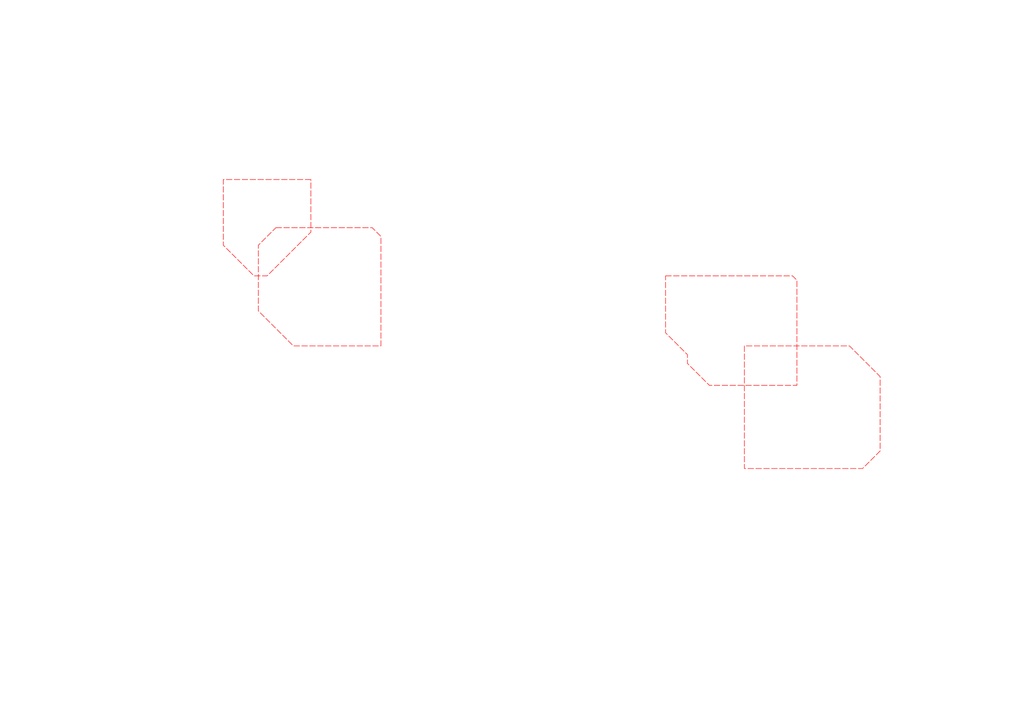
<source format=kicad_sch>
(kicad_sch
	(version 20240417)
	(generator "eeschema")
	(generator_version "8.99")
	(uuid "e77939c4-758d-4d0c-a6e5-dc441c8c54c9")
	(paper "A4")
	(lib_symbols)
	(rule_area
		(polyline
			(pts
				(xy 193.04 80.01) (xy 229.87 80.01) (xy 231.14 81.28) (xy 231.14 111.76) (xy 205.74 111.76) (xy 199.39 105.41)
				(xy 199.39 102.87) (xy 193.04 96.52)
			)
			(stroke
				(width 0)
				(type dash)
			)
			(fill
				(type none)
			)
			(uuid 205fcd89-40f4-4d53-8543-c72a408467cf)
		)
	)
	(rule_area
		(polyline
			(pts
				(xy 215.9 100.33) (xy 215.9 135.89) (xy 250.19 135.89) (xy 255.27 130.81) (xy 255.27 109.22) (xy 246.38 100.33)
			)
			(stroke
				(width 0)
				(type dash)
			)
			(fill
				(type none)
			)
			(uuid 4953ad1a-332e-4324-a6e9-44125580b5ce)
		)
	)
	(rule_area
		(polyline
			(pts
				(xy 90.17 52.07) (xy 64.77 52.07) (xy 64.77 71.12) (xy 73.66 80.01) (xy 77.47 80.01) (xy 90.17 67.31)
			)
			(stroke
				(width 0)
				(type dash)
			)
			(fill
				(type none)
			)
			(uuid 9e60651e-f0c3-4ab3-88c0-5b67a7585ce9)
		)
	)
	(rule_area
		(polyline
			(pts
				(xy 80.01 66.04) (xy 107.95 66.04) (xy 110.49 68.58) (xy 110.49 100.33) (xy 85.09 100.33) (xy 74.93 90.17)
				(xy 74.93 71.12)
			)
			(stroke
				(width 0)
				(type dash)
			)
			(fill
				(type none)
			)
			(uuid a2990ee5-6b66-496f-a7b1-0402651214fa)
		)
	)
	(sheet_instances
		(path "/"
			(page "1")
		)
	)
)

</source>
